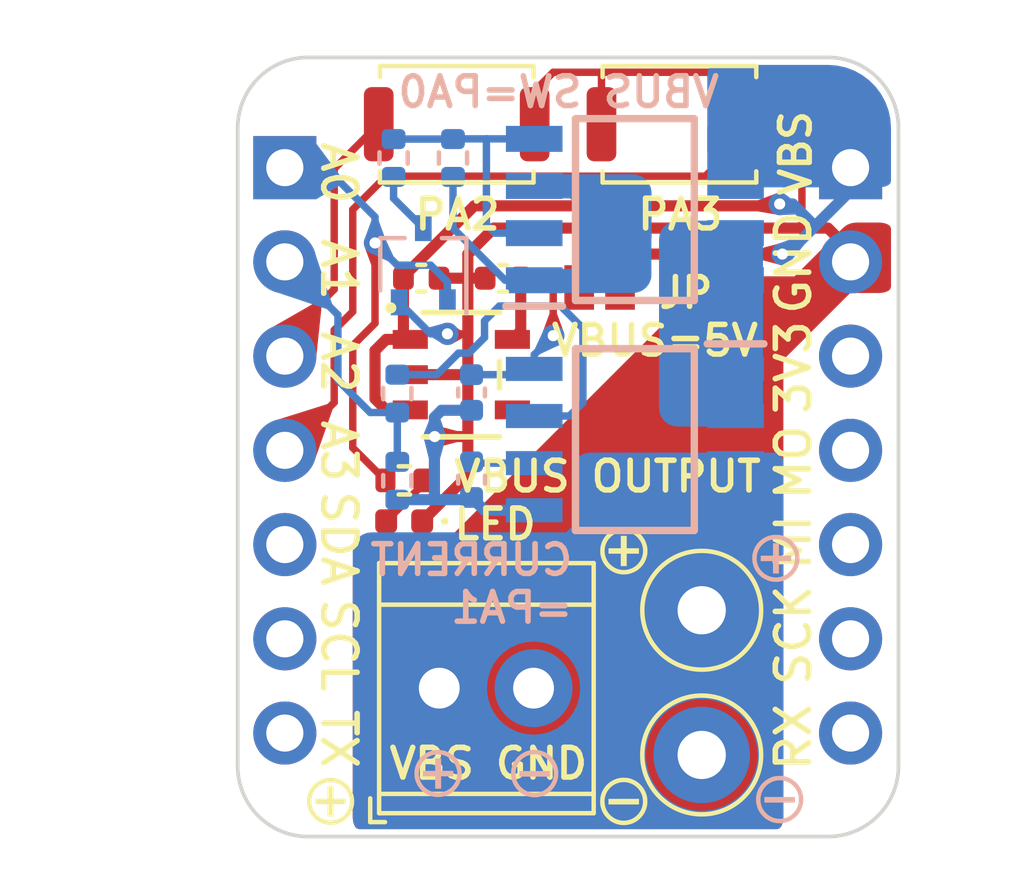
<source format=kicad_pcb>
(kicad_pcb (version 20221018) (generator pcbnew)
  (title_block (title "VBUS Switch Addon Board") (date "2024-09-02") (rev "v2.0") (company "@suzan_works"))
  (layers (0 "F.Cu" signal) (31 "B.Cu" signal) (34 "B.Paste" user) (35 "F.Paste" user) (36 "B.SilkS" user "B.Silkscreen") (37 "F.SilkS" user "F.Silkscreen") (38 "B.Mask" user) (39 "F.Mask" user) (44 "Edge.Cuts" user))
  (net 0 "")
  (net 1 "VBUS")
  (net 2 "GND")
  (net 3 "+5V")
  (net 5 "Net-(Q1-C)")
  (net 6 "Net-(IC3-FILTER)")
  (net 7 "Net-(IC2-S1)")
  (net 8 "Net-(IC2-G1)")
  (net 9 "Net-(IC2-D2_1)")
  (net 10 "Net-(IC3-IP-_1)")
  (net 11 "/PA0")
  (net 12 "/PA1")
  (net 13 "/PA2")
  (net 14 "/PA3")
  (net 23 "Net-(D1-A)")
  (net 24 "Net-(IC3-VIOUT)")
  (footprint "TerminalBlock_TE-Connectivity:TerminalBlock_TE_282834-2_1x02_P2.54mm_Horizontal" (layer "F.Cu") (at 105.43 96)
    (fp_text reference "J3" hide)
    (fp_text value "Terminal Block")
    (pad "1" thru_hole rect (at 0 0) (size 2.1 2.1) (drill 1.1) (layers "*.Cu" "*.Mask") (net 10 "Net-(IC3-IP-_1)"))
    (pad "2" thru_hole circle (at 2.54 0) (size 2.1 2.1) (drill 1.1) (layers "*.Cu" "*.Mask") (net 2 "GND"))
  )
  (footprint "0_My_Library:silk_plus_4" (layer "F.Cu") (at 102.5 99.05)
    (fp_text reference "G***" hide)
    (fp_text value "LOGO" hide)
  )
  (footprint "0_My_Library:silk_plus_4" (layer "F.Cu") (at 110.4 92.3)
    (fp_text reference "G***" hide)
    (fp_text value "LOGO" hide)
  )
  (footprint "Capacitor_SMD:C_0402_1005Metric" (layer "F.Cu") (at 104.944849 84.950001)
    (fp_text reference "C1" hide)
    (fp_text value "1uF")
    (pad "1" smd roundrect (at -0.48 0) (size 0.56 0.62) (layers "F.Cu" "F.Paste" "F.Mask") (net 1 "VBUS"))
    (pad "2" smd roundrect (at 0.48 0) (size 0.56 0.62) (layers "F.Cu" "F.Paste" "F.Mask") (net 2 "GND"))
  )
  (footprint "Resistor_SMD:R_0402_1005Metric" (layer "F.Cu") (at 104.49 90.4)
    (fp_text reference "R3" hide)
    (fp_text value "220")
    (pad "1" smd roundrect (at -0.51 0) (size 0.54 0.64) (layers "F.Cu" "F.Paste" "F.Mask") (net 11 "/PA0"))
    (pad "2" smd roundrect (at 0.51 0) (size 0.54 0.64) (layers "F.Cu" "F.Paste" "F.Mask") (net 23 "Net-(D1-A)"))
  )
  (footprint "Connector_Pin:Pin_D1.3mm_L11.0mm" (layer "F.Cu") (at 112.5 93.9)
    (fp_text reference "J4" hide)
    (fp_text value "Conn_01x01")
    (pad "1" thru_hole circle (at 0 0) (size 2.6 2.6) (drill 1.3) (layers "*.Cu" "*.Mask") (net 10 "Net-(IC3-IP-_1)"))
  )
  (footprint "Capacitor_SMD:C_0402_1005Metric" (layer "F.Cu") (at 107.144849 84.950001 180)
    (fp_text reference "C2" hide)
    (fp_text value "1uF")
    (pad "1" smd roundrect (at -0.48 0 180) (size 0.56 0.62) (layers "F.Cu" "F.Paste" "F.Mask") (net 3 "+5V"))
    (pad "2" smd roundrect (at 0.48 0 180) (size 0.56 0.62) (layers "F.Cu" "F.Paste" "F.Mask") (net 2 "GND"))
  )
  (footprint "Connector_Pin:Pin_D1.3mm_L11.0mm" (layer "F.Cu") (at 112.5 97.8)
    (fp_text reference "J5" hide)
    (fp_text value "Conn_01x01")
    (pad "1" thru_hole circle (at 0 0) (size 2.6 2.6) (drill 1.3) (layers "*.Cu" "*.Mask") (net 2 "GND"))
  )
  (footprint "0_My_Library:TCR1HF50B" (layer "F.Cu") (at 106.024849 87.550001)
    (fp_text reference "IC1" hide)
    (fp_text value "TCR1HF50B")
    (pad "1" smd rect (at -1.375151 -0.950001) (size 0.946899 0.508) (layers "F.Cu" "F.Paste" "F.Mask") (net 1 "VBUS"))
    (pad "2" smd rect (at -1.375151 0) (size 0.946899 0.508) (layers "F.Cu" "F.Paste" "F.Mask") (net 2 "GND"))
    (pad "3" smd rect (at -1.375151 0.950001) (size 0.946899 0.508) (layers "F.Cu" "F.Paste" "F.Mask") (net 1 "VBUS"))
    (pad "4" smd rect (at 1.375151 0.950001) (size 0.946899 0.508) (layers "F.Cu" "F.Paste" "F.Mask"))
    (pad "5" smd rect (at 1.375151 -0.950001) (size 0.946899 0.508) (layers "F.Cu" "F.Paste" "F.Mask") (net 3 "+5V"))
  )
  (footprint "Button_Switch_SMD:SW_Push_SPST_NO_Alps_SKRK" (layer "F.Cu") (at 111.9 80.8)
    (fp_text reference "SW2" hide)
    (fp_text value "SW_Push")
    (pad "1" smd roundrect (at -2.1 0) (size 0.8 2) (layers "F.Cu" "F.Paste" "F.Mask") (net 2 "GND"))
    (pad "2" smd roundrect (at 2.1 0) (size 0.8 2) (layers "F.Cu" "F.Paste" "F.Mask") (net 14 "/PA3"))
  )
  (footprint "0_My_Library:silk_minus_3" (layer "F.Cu") (at 110.4 99.05)
    (fp_text reference "G***" hide)
    (fp_text value "LOGO" hide)
  )
  (footprint "Button_Switch_SMD:SW_Push_SPST_NO_Alps_SKRK" (layer "F.Cu") (at 105.9 80.8 180)
    (fp_text reference "SW1" hide)
    (fp_text value "SW_Push")
    (pad "1" smd roundrect (at -2.1 0 180) (size 0.8 2) (layers "F.Cu" "F.Paste" "F.Mask") (net 2 "GND"))
    (pad "2" smd roundrect (at 2.1 0 180) (size 0.8 2) (layers "F.Cu" "F.Paste" "F.Mask") (net 13 "/PA2"))
  )
  (footprint "0_My_Library:SolderJumper-2_P1.3mm_Open_Pad0.8x1.2mm" (layer "F.Cu") (at 109.75 85.2 180)
    (fp_text reference "JP1" hide)
    (fp_text value "SolderJumper_2_Open")
    (pad "1" smd rect (at -0.55 0 180) (size 0.8 1.2) (layers "F.Cu" "F.Mask") (net 1 "VBUS"))
    (pad "2" smd rect (at 0.55 0 180) (size 0.8 1.2) (layers "F.Cu" "F.Mask") (net 3 "+5V"))
  )
  (footprint "LED_SMD:LED_0402_1005Metric" (layer "F.Cu") (at 104.485 91.5 180)
    (fp_text reference "D1" hide)
    (fp_text value "Red LED")
    (pad "1" smd roundrect (at -0.485 0 180) (size 0.59 0.64) (layers "F.Cu" "F.Paste" "F.Mask") (net 2 "GND"))
    (pad "2" smd roundrect (at 0.485 0 180) (size 0.59 0.64) (layers "F.Cu" "F.Paste" "F.Mask") (net 23 "Net-(D1-A)"))
  )
  (footprint "0_My_Library:silk_plus_4" (layer "B.Cu") (at 105.4 98.3 180)
    (fp_text reference "G***" hide)
    (fp_text value "LOGO" hide)
  )
  (footprint "0_My_Library:silk_minus_3" (layer "B.Cu") (at 114.6 99 180)
    (fp_text reference "G***" hide)
    (fp_text value "LOGO" hide)
  )
  (footprint "0_My_Library:silk_minus_3" (layer "B.Cu") (at 108 98.3 180)
    (fp_text reference "G***" hide)
    (fp_text value "LOGO" hide)
  )
  (footprint "Resistor_SMD:R_0402_1005Metric" (layer "B.Cu") (at 104.3 90.41 -90)
    (fp_text reference "R5" hide)
    (fp_text value "10k")
    (pad "1" smd roundrect (at -0.51 0 270) (size 0.54 0.64) (layers "B.Cu" "B.Paste" "B.Mask") (net 12 "/PA1"))
    (pad "2" smd roundrect (at 0.51 0 270) (size 0.54 0.64) (layers "B.Cu" "B.Paste" "B.Mask") (net 2 "GND"))
  )
  (footprint "Package_TO_SOT_SMD:SOT-323_SC-70" (layer "B.Cu") (at 105 84.6 90)
    (fp_text reference "Q1" hide)
    (fp_text value "DTC143Z")
    (pad "1" smd rect (at -1 0.65 180) (size 0.45 0.7) (layers "B.Cu" "B.Paste" "B.Mask") (net 11 "/PA0"))
    (pad "2" smd rect (at -1 -0.65 180) (size 0.45 0.7) (layers "B.Cu" "B.Paste" "B.Mask") (net 2 "GND"))
    (pad "3" smd rect (at 1 0 180) (size 0.45 0.7) (layers "B.Cu" "B.Paste" "B.Mask") (net 5 "Net-(Q1-C)"))
  )
  (footprint "Resistor_SMD:R_0402_1005Metric" (layer "B.Cu") (at 105.8 81.71 90)
    (fp_text reference "R1" hide)
    (fp_text value "100k")
    (pad "1" smd roundrect (at -0.51 0 90) (size 0.54 0.64) (layers "B.Cu" "B.Paste" "B.Mask") (net 7 "Net-(IC2-S1)"))
    (pad "2" smd roundrect (at 0.51 0 90) (size 0.54 0.64) (layers "B.Cu" "B.Paste" "B.Mask") (net 8 "Net-(IC2-G1)"))
  )
  (footprint "Connector_PinHeader_2.54mm:PinHeader_1x07_P2.54mm_Vertical" (layer "B.Cu") (at 116.51 81.97 180)
    (fp_text reference "J2" hide)
    (fp_text value "Conn_01x07")
    (pad "1" thru_hole rect (at 0 0 180) (size 1.7 1.7) (drill 1) (layers "*.Cu" "*.Mask") (net 1 "VBUS"))
    (pad "2" thru_hole oval (at 0 -2.54 180) (size 1.7 1.7) (drill 1) (layers "*.Cu" "*.Mask") (net 2 "GND"))
    (pad "3" thru_hole oval (at 0 -5.08 180) (size 1.7 1.7) (drill 1) (layers "*.Cu" "*.Mask"))
    (pad "4" thru_hole oval (at 0 -7.62 180) (size 1.7 1.7) (drill 1) (layers "*.Cu" "*.Mask"))
    (pad "5" thru_hole oval (at 0 -10.16 180) (size 1.7 1.7) (drill 1) (layers "*.Cu" "*.Mask"))
    (pad "6" thru_hole oval (at 0 -12.7 180) (size 1.7 1.7) (drill 1) (layers "*.Cu" "*.Mask"))
    (pad "7" thru_hole oval (at 0 -15.24 180) (size 1.7 1.7) (drill 1) (layers "*.Cu" "*.Mask"))
  )
  (footprint "Resistor_SMD:R_0402_1005Metric" (layer "B.Cu") (at 104.3 88.06 -90)
    (fp_text reference "R4" hide)
    (fp_text value "10k")
    (pad "1" smd roundrect (at -0.51 0 270) (size 0.54 0.64) (layers "B.Cu" "B.Paste" "B.Mask") (net 24 "Net-(IC3-VIOUT)"))
    (pad "2" smd roundrect (at 0.51 0 270) (size 0.54 0.64) (layers "B.Cu" "B.Paste" "B.Mask") (net 12 "/PA1"))
  )
  (footprint "0_My_Library:FDS4935A" (layer "B.Cu") (at 110.7 83.1)
    (fp_text reference "IC2" hide)
    (fp_text value "FDS4935A" hide)
    (pad "1" smd rect (at -2.712 1.905 270) (size 0.7 1.525) (layers "B.Cu" "B.Paste" "B.Mask") (net 7 "Net-(IC2-S1)"))
    (pad "2" smd rect (at -2.712 0.635 270) (size 0.7 1.525) (layers "B.Cu" "B.Paste" "B.Mask") (net 8 "Net-(IC2-G1)"))
    (pad "3" smd rect (at -2.712 -0.635 270) (size 0.7 1.525) (layers "B.Cu" "B.Paste" "B.Mask") (net 7 "Net-(IC2-S1)"))
    (pad "4" smd rect (at -2.712 -1.905 270) (size 0.7 1.525) (layers "B.Cu" "B.Paste" "B.Mask") (net 8 "Net-(IC2-G1)"))
    (pad "5" smd rect (at 2.712 -1.905 270) (size 0.7 1.525) (layers "B.Cu" "B.Paste" "B.Mask") (net 1 "VBUS"))
    (pad "6" smd rect (at 2.712 -0.635 270) (size 0.7 1.525) (layers "B.Cu" "B.Paste" "B.Mask") (net 1 "VBUS"))
    (pad "7" smd rect (at 2.712 0.635 270) (size 0.7 1.525) (layers "B.Cu" "B.Paste" "B.Mask") (net 9 "Net-(IC2-D2_1)"))
    (pad "8" smd rect (at 2.712 1.905 270) (size 0.7 1.525) (layers "B.Cu" "B.Paste" "B.Mask") (net 9 "Net-(IC2-D2_1)"))
  )
  (footprint "Capacitor_SMD:C_0402_1005Metric" (layer "B.Cu") (at 106.3 88.03 -90)
    (fp_text reference "C3" hide)
    (fp_text value "0.1uF")
    (pad "1" smd roundrect (at -0.48 0 270) (size 0.56 0.62) (layers "B.Cu" "B.Paste" "B.Mask") (net 3 "+5V"))
    (pad "2" smd roundrect (at 0.48 0 270) (size 0.56 0.62) (layers "B.Cu" "B.Paste" "B.Mask") (net 2 "GND"))
  )
  (footprint "Connector_PinHeader_2.54mm:PinHeader_1x07_P2.54mm_Vertical" (layer "B.Cu") (at 101.27 81.97 180)
    (fp_text reference "J1" hide)
    (fp_text value "2.54mm Pin Header")
    (pad "1" thru_hole rect (at 0 0 180) (size 1.7 1.7) (drill 1) (layers "*.Cu" "*.Mask") (net 11 "/PA0"))
    (pad "2" thru_hole oval (at 0 -2.54 180) (size 1.7 1.7) (drill 1) (layers "*.Cu" "*.Mask") (net 12 "/PA1"))
    (pad "3" thru_hole oval (at 0 -5.08 180) (size 1.7 1.7) (drill 1) (layers "*.Cu" "*.Mask") (net 13 "/PA2"))
    (pad "4" thru_hole oval (at 0 -7.62 180) (size 1.7 1.7) (drill 1) (layers "*.Cu" "*.Mask") (net 14 "/PA3"))
    (pad "5" thru_hole oval (at 0 -10.16 180) (size 1.7 1.7) (drill 1) (layers "*.Cu" "*.Mask"))
    (pad "6" thru_hole oval (at 0 -12.7 180) (size 1.7 1.7) (drill 1) (layers "*.Cu" "*.Mask"))
    (pad "7" thru_hole oval (at 0 -15.24 180) (size 1.7 1.7) (drill 1) (layers "*.Cu" "*.Mask"))
  )
  (footprint "0_My_Library:ACS724LLCTR-05AB" (layer "B.Cu") (at 110.7 89.3 180)
    (fp_text reference "IC3" hide)
    (fp_text value "ACS724LLCTR-05AB" hide)
    (pad "1" smd rect (at -2.712 1.905 90) (size 0.65 1.525) (layers "B.Cu" "B.Paste" "B.Mask") (net 9 "Net-(IC2-D2_1)"))
    (pad "2" smd rect (at -2.712 0.635 90) (size 0.65 1.525) (layers "B.Cu" "B.Paste" "B.Mask") (net 9 "Net-(IC2-D2_1)"))
    (pad "3" smd rect (at -2.712 -0.635 90) (size 0.65 1.525) (layers "B.Cu" "B.Paste" "B.Mask") (net 10 "Net-(IC3-IP-_1)"))
    (pad "4" smd rect (at -2.712 -1.905 90) (size 0.65 1.525) (layers "B.Cu" "B.Paste" "B.Mask") (net 10 "Net-(IC3-IP-_1)"))
    (pad "5" smd rect (at 2.712 -1.905 90) (size 0.65 1.525) (layers "B.Cu" "B.Paste" "B.Mask") (net 2 "GND"))
    (pad "6" smd rect (at 2.712 -0.635 90) (size 0.65 1.525) (layers "B.Cu" "B.Paste" "B.Mask") (net 6 "Net-(IC3-FILTER)"))
    (pad "7" smd rect (at 2.712 0.635 90) (size 0.65 1.525) (layers "B.Cu" "B.Paste" "B.Mask") (net 24 "Net-(IC3-VIOUT)"))
    (pad "8" smd rect (at 2.712 1.905 90) (size 0.65 1.525) (layers "B.Cu" "B.Paste" "B.Mask") (net 3 "+5V"))
  )
  (footprint "Resistor_SMD:R_0402_1005Metric" (layer "B.Cu") (at 104.2 81.71 -90)
    (fp_text reference "R2" hide)
    (fp_text value "22k")
    (pad "1" smd roundrect (at -0.51 0 270) (size 0.54 0.64) (layers "B.Cu" "B.Paste" "B.Mask") (net 8 "Net-(IC2-G1)"))
    (pad "2" smd roundrect (at 0.51 0 270) (size 0.54 0.64) (layers "B.Cu" "B.Paste" "B.Mask") (net 5 "Net-(Q1-C)"))
  )
  (footprint "Capacitor_SMD:C_0402_1005Metric" (layer "B.Cu") (at 106.3 90.38 -90)
    (fp_text reference "C4" hide)
    (fp_text value "0.1uF")
    (pad "1" smd roundrect (at -0.48 0 270) (size 0.56 0.62) (layers "B.Cu" "B.Paste" "B.Mask") (net 6 "Net-(IC3-FILTER)"))
    (pad "2" smd roundrect (at 0.48 0 270) (size 0.56 0.62) (layers "B.Cu" "B.Paste" "B.Mask") (net 2 "GND"))
  )
  (footprint "0_My_Library:silk_plus_4" (layer "B.Cu") (at 114.5 92.5 180)
    (fp_text reference "G***" hide)
    (fp_text value "LOGO" hide)
  )
  (gr_arc (start 100 80.9) (mid 100.556497 79.556497) (end 101.9 79) (stroke (width 0.1)) (layer "Edge.Cuts"))
  (gr_line (start 115.9 100) (end 101.9 100) (stroke (width 0.1)) (layer "Edge.Cuts"))
  (gr_arc (start 115.9 79) (mid 117.243503 79.556497) (end 117.8 80.9) (stroke (width 0.1)) (layer "Edge.Cuts"))
  (gr_arc (start 117.8 98.1) (mid 117.243503 99.443503) (end 115.9 100) (stroke (width 0.1)) (layer "Edge.Cuts"))
  (gr_arc (start 101.9 100) (mid 100.556497 99.443503) (end 100 98.1) (stroke (width 0.1)) (layer "Edge.Cuts"))
  (gr_line (start 100 98.1) (end 100 80.9) (stroke (width 0.1)) (layer "Edge.Cuts"))
  (gr_line (start 101.9 79) (end 115.9 79) (stroke (width 0.1)) (layer "Edge.Cuts"))
  (gr_line (start 117.8 80.9) (end 117.8 98.1) (stroke (width 0.1)) (layer "Edge.Cuts"))
  (gr_text "CURRENT\n=PA1" (at 109.1 94.3) (layer "B.SilkS") (effects (font (size 0.8 0.8)) (justify left bottom mirror)))
  (gr_text "VBUS SW=PA0" (at 113.05 80.4) (layer "B.SilkS") (effects (font (size 0.8 0.8)) (justify left bottom mirror)))
  (gr_text "SDA" (at 102.2 90.6 270) (layer "F.SilkS") (effects (font (size 0.9 0.9)) (justify left bottom)))
  (gr_text "A2" (at 102.2 86.3 270) (layer "F.SilkS") (effects (font (size 0.9 0.9)) (justify left bottom)))
  (gr_text "A3" (at 102.2 88.7 270) (layer "F.SilkS") (effects (font (size 0.9 0.9)) (justify left bottom)))
  (gr_text "A0" (at 102.2 81.2 -90) (layer "F.SilkS") (effects (font (size 0.9 0.9)) (justify left bottom)))
  (gr_text "VBUS OUTPUT\nLED" (at 105.75 92.05) (layer "F.SilkS") (effects (font (size 0.8 0.8)) (justify left bottom)))
  (gr_text "TX" (at 102.2 96.5 270) (layer "F.SilkS") (effects (font (size 0.9 0.9)) (justify left bottom)))
  (gr_text "VBS" (at 115.5 82.8 90) (layer "F.SilkS") (effects (font (size 0.8 0.8)) (justify left bottom)))
  (gr_text "SCK" (at 115.5 96 90) (layer "F.SilkS") (effects (font (size 0.9 0.9)) (justify left bottom)))
  (gr_text "JP  \nVBUS=5V" (at 114.1 87.1) (layer "F.SilkS") (effects (font (size 0.8 0.8)) (justify right bottom)))
  (gr_text "PA3" (at 110.7 83.7) (layer "F.SilkS") (effects (font (size 0.8 0.8)) (justify left bottom)))
  (gr_text "GND" (at 115.5 86 90) (layer "F.SilkS") (effects (font (size 0.9 0.9)) (justify left bottom)))
  (gr_text "PA2" (at 104.7 83.7) (layer "F.SilkS") (effects (font (size 0.8 0.8)) (justify left bottom)))
  (gr_text "A1" (at 102.2 83.8 270) (layer "F.SilkS") (effects (font (size 0.9 0.9)) (justify left bottom)))
  (gr_text "SCL" (at 102.2 93.5 270) (layer "F.SilkS") (effects (font (size 0.9 0.9)) (justify left bottom)))
  (gr_text "VBS GND" (at 109.5 98.5) (layer "F.SilkS") (effects (font (size 0.8 0.8)) (justify right bottom)))
  (gr_text "MI" (at 115.5 92.9 90) (layer "F.SilkS") (effects (font (size 0.9 0.9)) (justify left bottom)))
  (gr_text "3V3" (at 115.5 88.7 90) (layer "F.SilkS") (effects (font (size 0.9 0.9)) (justify left bottom)))
  (gr_text "MO" (at 115.5 91 90) (layer "F.SilkS") (effects (font (size 0.9 0.9)) (justify left bottom)))
  (gr_text "RX" (at 115.5 98.3 90) (layer "F.SilkS") (effects (font (size 0.9 0.9)) (justify left bottom)))
  (segment (start 110.3 85) (end 110.3 85.2) (width 0.3) (layer "F.Cu") (net 1))
  (segment (start 104.464849 84.950001) (end 104.464849 86.415151) (width 0.3) (layer "F.Cu") (net 1))
  (segment (start 104.000002 88.500002) (end 104.649698 88.500002) (width 0.3) (layer "F.Cu") (net 1))
  (segment (start 103.7 86.9) (end 103.7 88.2) (width 0.3) (layer "F.Cu") (net 1))
  (segment (start 114.5505 83) (end 106.371885 83) (width 0.3) (layer "F.Cu") (net 1))
  (segment (start 104 86.6) (end 103.7 86.9) (width 0.3) (layer "F.Cu") (net 1))
  (segment (start 114.6 82.9505) (end 114.5505 83) (width 0.3) (layer "F.Cu") (net 1))
  (segment (start 104.649698 86.6) (end 104 86.6) (width 0.3) (layer "F.Cu") (net 1))
  (segment (start 104.464849 84.907036) (end 104.464849 84.950001) (width 0.3) (layer "F.Cu") (net 1))
  (segment (start 103.7 88.2) (end 104.000002 88.500002) (width 0.3) (layer "F.Cu") (net 1))
  (segment (start 111 84.3) (end 110.3 85) (width 0.3) (layer "F.Cu") (net 1))
  (segment (start 114.673472 84.3) (end 111 84.3) (width 0.3) (layer "F.Cu") (net 1))
  (segment (start 106.371885 83) (end 104.464849 84.907036) (width 0.3) (layer "F.Cu") (net 1))
  (segment (start 104.464849 86.415151) (end 104.649698 86.6) (width 0.3) (layer "F.Cu") (net 1))
  (via (at 114.673472 84.3) (size 0.6) (drill 0.3) (layers "F.Cu" "B.Cu") (net 1))
  (via (at 114.6 82.9505) (size 0.6) (drill 0.3) (layers "F.Cu" "B.Cu") (net 1))
  (segment (start 114.6 82.9505) (end 114.9505 82.9505) (width 0.3) (layer "B.Cu") (net 1))
  (segment (start 114.8 84.3) (end 115.55 83.55) (width 0.3) (layer "B.Cu") (net 1))
  (segment (start 116.51 82.59) (end 116.51 81.97) (width 0.3) (layer "B.Cu") (net 1))
  (segment (start 113.412 82.465) (end 113.477 82.4) (width 0.2) (layer "B.Cu") (net 1))
  (segment (start 116.08 82.4) (end 116.51 81.97) (width 0.2) (layer "B.Cu") (net 1))
  (segment (start 116.43 81.97) (end 116.51 81.97) (width 0.3) (layer "B.Cu") (net 1))
  (segment (start 113.412 82.465) (end 113.412 81.195) (width 0.2) (layer "B.Cu") (net 1))
  (segment (start 114.673472 84.3) (end 114.8 84.3) (width 0.3) (layer "B.Cu") (net 1))
  (segment (start 115.55 83.55) (end 116.51 82.59) (width 0.3) (layer "B.Cu") (net 1))
  (segment (start 113.477 82.4) (end 116.08 82.4) (width 0.2) (layer "B.Cu") (net 1))
  (segment (start 114.9505 82.9505) (end 115.55 83.55) (width 0.3) (layer "B.Cu") (net 1))
  (segment (start 106.199502 86.449502) (end 106.2 86.45) (width 0.2) (layer "F.Cu") (net 2))
  (segment (start 115.2 79.9) (end 114.7 79.4) (width 0.2) (layer "F.Cu") (net 2))
  (segment (start 106.2 89.2) (end 106.2 90.27) (width 0.3) (layer "F.Cu") (net 2))
  (segment (start 116.51 84.51) (end 107.97 93.05) (width 0.2) (layer "F.Cu") (net 2))
  (segment (start 115.2 83.6) (end 115.2 79.9) (width 0.2) (layer "F.Cu") (net 2))
  (segment (start 109.8 79.4) (end 108.5 79.4) (width 0.2) (layer "F.Cu") (net 2))
  (segment (start 106.18167 89.21833) (end 106.2 89.2) (width 0.3) (layer "F.Cu") (net 2))
  (segment (start 104.649698 87.550001) (end 106.2 87.55) (width 0.3) (layer "F.Cu") (net 2))
  (segment (start 106.2 84.95) (end 106.2 86.45) (width 0.3) (layer "F.Cu") (net 2))
  (segment (start 105.424849 84.950001) (end 106.199999 84.950001) (width 0.3) (layer "F.Cu") (net 2))
  (segment (start 116.51 84.21) (end 116.51 84.51) (width 0.3) (layer "F.Cu") (net 2))
  (segment (start 106.9 83.6) (end 106.2 84.3) (width 0.3) (layer "F.Cu") (net 2))
  (segment (start 106.199999 84.950001) (end 106.2 84.95) (width 0.3) (layer "F.Cu") (net 2))
  (segment (start 105.307269 89.21833) (end 106.18167 89.21833) (width 0.3) (layer "F.Cu") (net 2))
  (segment (start 108 79.9) (end 108 80.8) (width 0.2) (layer "F.Cu") (net 2))
  (segment (start 115.2 83.6) (end 115.9 83.6) (width 0.3) (layer "F.Cu") (net 2))
  (segment (start 106.2 90.27) (end 104.97 91.5) (width 0.3) (layer "F.Cu") (net 2))
  (segment (start 109.77 97.8) (end 107.97 96) (width 0.2) (layer "F.Cu") (net 2))
  (segment (start 115.9 83.6) (end 116.51 84.21) (width 0.3) (layer "F.Cu") (net 2))
  (segment (start 106.2 87.55) (end 106.2 89.2) (width 0.3) (layer "F.Cu") (net 2))
  (segment (start 106.664849 84.950001) (end 106.199999 84.950001) (width 0.3) (layer "F.Cu") (net 2))
  (segment (start 109.8 80.8) (end 109.8 79.4) (width 0.2) (layer "F.Cu") (net 2))
  (segment (start 106.2 84.3) (end 106.2 84.95) (width 0.3) (layer "F.Cu") (net 2))
  (segment (start 114.7 79.4) (end 109.8 79.4) (width 0.2) (layer "F.Cu") (net 2))
  (segment (start 105.65 86.449502) (end 106.199502 86.449502) (width 0.2) (layer "F.Cu") (net 2))
  (segment (start 107.97 93.05) (end 107.97 96) (width 0.2) (layer "F.Cu") (net 2))
  (segment (start 106.2 86.45) (end 106.2 87.55) (width 0.3) (layer "F.Cu") (net 2))
  (segment (start 108.5 79.4) (end 108 79.9) (width 0.2) (layer "F.Cu") (net 2))
  (segment (start 109.77 97.8) (end 112.5 97.8) (width 0.2) (layer "F.Cu") (net 2))
  (segment (start 115.2 83.6) (end 106.9 83.6) (width 0.3) (layer "F.Cu") (net 2))
  (via (at 105.307269 89.21833) (size 0.6) (drill 0.3) (layers "F.Cu" "B.Cu") (net 2))
  (via (at 105.65 86.449502) (size 0.6) (drill 0.3) (layers "F.Cu" "B.Cu") (net 2))
  (segment (start 106.64 91.2) (end 106.7 91.2) (width 0.3) (layer "B.Cu") (net 2))
  (segment (start 105.49 88.51) (end 106.3 88.51) (width 0.3) (layer "B.Cu") (net 2))
  (segment (start 105.199502 86.449502) (end 105.65 86.449502) (width 0.2) (layer "B.Cu") (net 2))
  (segment (start 106.705 91.205) (end 107.988 91.205) (width 0.3) (layer "B.Cu") (net 2))
  (segment (start 105.3 89.211061) (end 105.307269 89.21833) (width 0.3) (layer "B.Cu") (net 2))
  (segment (start 106.24 90.92) (end 106.3 90.86) (width 0.3) (layer "B.Cu") (net 2))
  (segment (start 105.3 89.225599) (end 105.3 90.92) (width 0.3) (layer "B.Cu") (net 2))
  (segment (start 105.3 90.92) (end 106.24 90.92) (width 0.3) (layer "B.Cu") (net 2))
  (segment (start 105.3 88.7) (end 105.3 89.211061) (width 0.3) (layer "B.Cu") (net 2))
  (segment (start 105.307269 89.21833) (end 105.3 89.225599) (width 0.3) (layer "B.Cu") (net 2))
  (segment (start 104.35 85.6) (end 105.199502 86.449502) (width 0.2) (layer "B.Cu") (net 2))
  (segment (start 106.7 91.2) (end 106.705 91.205) (width 0.3) (layer "B.Cu") (net 2))
  (segment (start 106.3 90.86) (end 106.64 91.2) (width 0.3) (layer "B.Cu") (net 2))
  (segment (start 105.3 88.7) (end 105.49 88.51) (width 0.3) (layer "B.Cu") (net 2))
  (segment (start 104.3 90.92) (end 105.3 90.92) (width 0.3) (layer "B.Cu") (net 2))
  (segment (start 107.624849 84.950001) (end 107.624849 86.375151) (width 0.3) (layer "F.Cu") (net 3))
  (segment (start 108.5 85.050001) (end 108.4 84.950001) (width 0.2) (layer "F.Cu") (net 3))
  (segment (start 108.4 84.950001) (end 108.950001 84.950001) (width 0.3) (layer "F.Cu") (net 3))
  (segment (start 107.624849 84.950001) (end 108.4 84.950001) (width 0.3) (layer "F.Cu") (net 3))
  (segment (start 108.5 86.5) (end 108.5 85.050001) (width 0.2) (layer "F.Cu") (net 3))
  (segment (start 107.624849 86.375151) (end 107.4 86.6) (width 0.3) (layer "F.Cu") (net 3))
  (segment (start 108.950001 84.950001) (end 109.2 85.2) (width 0.3) (layer "F.Cu") (net 3))
  (via (at 108.5 86.5) (size 0.6) (drill 0.3) (layers "F.Cu" "B.Cu") (net 3))
  (segment (start 106.3 87.55) (end 107.833 87.55) (width 0.2) (layer "B.Cu") (net 3))
  (segment (start 107.833 87.55) (end 107.988 87.395) (width 0.2) (layer "B.Cu") (net 3))
  (segment (start 107.988 87.012) (end 108.5 86.5) (width 0.2) (layer "B.Cu") (net 3))
  (segment (start 107.988 87.395) (end 107.988 87.012) (width 0.2) (layer "B.Cu") (net 3))
  (segment (start 104.2 82.22) (end 104.2 82.8) (width 0.2) (layer "B.Cu") (net 5))
  (segment (start 104.2 82.8) (end 105 83.6) (width 0.2) (layer "B.Cu") (net 5))
  (segment (start 107.988 89.935) (end 106.335 89.935) (width 0.2) (layer "B.Cu") (net 6))
  (segment (start 106.335 89.935) (end 106.3 89.9) (width 0.2) (layer "B.Cu") (net 6))
  (segment (start 109.7 84.7) (end 109.395 85.005) (width 0.2) (layer "B.Cu") (net 7))
  (segment (start 109.365 82.465) (end 109.7 82.8) (width 0.2) (layer "B.Cu") (net 7))
  (segment (start 109.395 85.005) (end 107.988 85.005) (width 0.2) (layer "B.Cu") (net 7))
  (segment (start 105.8 83.6) (end 107.205 85.005) (width 0.2) (layer "B.Cu") (net 7))
  (segment (start 109.7 82.8) (end 109.7 84.7) (width 0.2) (layer "B.Cu") (net 7))
  (segment (start 107.988 82.465) (end 109.365 82.465) (width 0.2) (layer "B.Cu") (net 7))
  (segment (start 107.205 85.005) (end 107.988 85.005) (width 0.2) (layer "B.Cu") (net 7))
  (segment (start 105.8 82.22) (end 105.8 83.6) (width 0.2) (layer "B.Cu") (net 7))
  (segment (start 106.935 83.735) (end 106.7 83.5) (width 0.2) (layer "B.Cu") (net 8))
  (segment (start 106.7 81.195) (end 105.805 81.195) (width 0.2) (layer "B.Cu") (net 8))
  (segment (start 107.988 81.195) (end 106.7 81.195) (width 0.2) (layer "B.Cu") (net 8))
  (segment (start 107.988 83.735) (end 106.935 83.735) (width 0.2) (layer "B.Cu") (net 8))
  (segment (start 105.8 81.2) (end 104.2 81.2) (width 0.2) (layer "B.Cu") (net 8))
  (segment (start 106.7 83.5) (end 106.7 81.195) (width 0.2) (layer "B.Cu") (net 8))
  (segment (start 105.805 81.195) (end 105.8 81.2) (width 0.2) (layer "B.Cu") (net 8))
  (segment (start 113.412 83.735) (end 113.412 85.005) (width 0.2) (layer "B.Cu") (net 9))
  (segment (start 113.412 87.395) (end 113.412 88.665) (width 0.2) (layer "B.Cu") (net 9))
  (segment (start 113.412 85.005) (end 113.412 87.395) (width 0.2) (layer "B.Cu") (net 9))
  (segment (start 105.43 94.57) (end 105.43 96) (width 0.2) (layer "B.Cu") (net 10))
  (segment (start 113.412 92.988) (end 112.5 93.9) (width 0.2) (layer "B.Cu") (net 10))
  (segment (start 106.1 93.9) (end 105.43 94.57) (width 0.2) (layer "B.Cu") (net 10))
  (segment (start 106.1 93.9) (end 112.5 93.9) (width 0.2) (layer "B.Cu") (net 10))
  (segment (start 113.412 89.935) (end 113.412 91.205) (width 0.2) (layer "B.Cu") (net 10))
  (segment (start 113.412 91.205) (end 113.412 92.988) (width 0.2) (layer "B.Cu") (net 10))
  (segment (start 103.6995 84) (end 103.6995 86.164104) (width 0.2) (layer "F.Cu") (net 11))
  (segment (start 103.1 86.763604) (end 103.1 89.52) (width 0.2) (layer "F.Cu") (net 11))
  (segment (start 103.1 89.52) (end 103.98 90.4) (width 0.2) (layer "F.Cu") (net 11))
  (segment (start 103.6995 86.164104) (end 103.1 86.763604) (width 0.2) (layer "F.Cu") (net 11))
  (via (at 103.6995 84) (size 0.6) (drill 0.3) (layers "F.Cu" "B.Cu") (net 11))
  (segment (start 103.6995 84) (end 103.6995 83.2995) (width 0.2) (layer "B.Cu") (net 11))
  (segment (start 105.2 84.6) (end 105.65 85.05) (width 0.2) (layer "B.Cu") (net 11))
  (segment (start 103.6995 84) (end 104.2995 84.6) (width 0.2) (layer "B.Cu") (net 11))
  (segment (start 104.2995 84.6) (end 105.2 84.6) (width 0.2) (layer "B.Cu") (net 11))
  (segment (start 105.65 85.05) (end 105.65 85.6) (width 0.2) (layer "B.Cu") (net 11))
  (segment (start 102.37 81.97) (end 101.27 81.97) (width 0.2) (layer "B.Cu") (net 11))
  (segment (start 103.6995 83.2995) (end 102.37 81.97) (width 0.2) (layer "B.Cu") (net 11))
  (segment (start 101.27 81.97) (end 101.3 82) (width 0.2) (layer "B.Cu") (net 11))
  (segment (start 101.3 82) (end 102 82) (width 0.2) (layer "B.Cu") (net 11))
  (segment (start 104.3 88.57) (end 104.3 89.9) (width 0.2) (layer "B.Cu") (net 12))
  (segment (start 101.27 84.51) (end 102.7 85.94) (width 0.2) (layer "B.Cu") (net 12))
  (segment (start 102.7 85.94) (end 102.7 87.7) (width 0.2) (layer "B.Cu") (net 12))
  (segment (start 102.7 87.7) (end 103.57 88.57) (width 0.2) (layer "B.Cu") (net 12))
  (segment (start 103.57 88.57) (end 104.3 88.57) (width 0.2) (layer "B.Cu") (net 12))
  (segment (start 102.6 85.25) (end 101.27 86.58) (width 0.2) (layer "F.Cu") (net 13))
  (segment (start 103.8 80.8) (end 102.6 82) (width 0.2) (layer "F.Cu") (net 13))
  (segment (start 101.27 86.58) (end 101.27 87.05) (width 0.2) (layer "F.Cu") (net 13))
  (segment (start 102.6 82) (end 102.6 85.25) (width 0.2) (layer "F.Cu") (net 13))
  (segment (start 103.1 85.85) (end 103.1 83.1) (width 0.2) (layer "F.Cu") (net 14))
  (segment (start 112.6 82.2) (end 114 80.8) (width 0.2) (layer "F.Cu") (net 14))
  (segment (start 101.27 89.59) (end 101.31 89.59) (width 0.2) (layer "F.Cu") (net 14))
  (segment (start 102.6 86.35) (end 103.1 85.85) (width 0.2) (layer "F.Cu") (net 14))
  (segment (start 103.1 83.1) (end 104 82.2) (width 0.2) (layer "F.Cu") (net 14))
  (segment (start 101.31 89.59) (end 102.6 88.3) (width 0.2) (layer "F.Cu") (net 14))
  (segment (start 104 82.2) (end 112.6 82.2) (width 0.2) (layer "F.Cu") (net 14))
  (segment (start 102.6 88.3) (end 102.6 86.35) (width 0.2) (layer "F.Cu") (net 14))
  (segment (start 105 90.4) (end 105 90.5) (width 0.2) (layer "F.Cu") (net 23))
  (segment (start 105 90.5) (end 104 91.5) (width 0.2) (layer "F.Cu") (net 23))
  (segment (start 109.3 88.3) (end 108.935 88.665) (width 0.2) (layer "B.Cu") (net 24))
  (segment (start 106.65 86.55) (end 106.65 86.1) (width 0.2) (layer "B.Cu") (net 24))
  (segment (start 109.3 86.3) (end 109.3 88.3) (width 0.2) (layer "B.Cu") (net 24))
  (segment (start 107.05 85.7) (end 108.7 85.7) (width 0.2) (layer "B.Cu") (net 24))
  (segment (start 105.947746 86.97) (end 106.23 86.97) (width 0.2) (layer "B.Cu") (net 24))
  (segment (start 104.3 87.55) (end 105.367746 87.55) (width 0.2) (layer "B.Cu") (net 24))
  (segment (start 106.65 86.1) (end 107.05 85.7) (width 0.2) (layer "B.Cu") (net 24))
  (segment (start 106.23 86.97) (end 106.65 86.55) (width 0.2) (layer "B.Cu") (net 24))
  (segment (start 105.367746 87.55) (end 105.947746 86.97) (width 0.2) (layer "B.Cu") (net 24))
  (segment (start 108.935 88.665) (end 107.988 88.665) (width 0.2) (layer "B.Cu") (net 24))
  (segment (start 108.7 85.7) (end 109.3 86.3) (width 0.2) (layer "B.Cu") (net 24))
  (zone (net 2) (net_name "GND") (layer "F.Cu") (connect_pads yes (clearance 0.2)) (min_thickness 0.25) (fill yes (thermal_gap 0.5) (thermal_bridge_width 0.5) (smoothing fillet) (radius 0.5))
    (polygon (pts (xy 117.8 83.45) (xy 117.8 85.35) (xy 116.5 85.35) (xy 114.7 87.15) (xy 114.7 100) (xy 103.1 100) (xy 103.1 92.25) (xy 105.4 92.25) (xy 112.75 84.9) (xy 115 84.9) (xy 116.45 83.45)))
  )
  (zone (net 1) (net_name "VBUS") (layer "B.Cu") (priority 1) (connect_pads yes (clearance 0.2)) (min_thickness 0.25) (fill yes (thermal_gap 0.5) (thermal_bridge_width 0.5) (smoothing fillet) (radius 0.5))
    (polygon (pts (xy 112.65 82.5) (xy 112.65 79) (xy 117.8 79) (xy 117.8 82.5)))
  )
  (zone (net 7) (net_name "Net-(IC2-S1)") (layer "B.Cu") (priority 2) (connect_pads yes (clearance 0.2)) (min_thickness 0.25) (fill yes (thermal_gap 0.5) (thermal_bridge_width 0.5) (smoothing fillet) (radius 0.5))
    (polygon (pts (xy 111.15 82.15) (xy 107.25 82.15) (xy 107.25 82.8) (xy 108.95 82.8) (xy 109.1 82.95) (xy 109.1 84.55) (xy 108.95 84.7) (xy 107.25 84.7) (xy 107.25 85.35) (xy 111.15 85.35)))
  )
  (zone (net 10) (net_name "Net-(IC3-IP-_1)") (layer "B.Cu") (priority 4) (connect_pads yes (clearance 0.2)) (min_thickness 0.25) (fill yes (thermal_gap 0.5) (thermal_bridge_width 0.5) (smoothing fillet) (radius 0.5))
    (polygon (pts (xy 109 89.65) (xy 109 91.65) (xy 108.85 91.8) (xy 103.1 91.8) (xy 103.1 100) (xy 114.7 100) (xy 114.7 89.65) (xy 114.2 89.65)))
  )
  (zone (net 9) (net_name "Net-(IC2-D2_1)") (layer "B.Cu") (priority 3) (connect_pads yes (clearance 0.2)) (min_thickness 0.25) (fill yes (thermal_gap 0.5) (thermal_bridge_width 0.5) (smoothing fillet) (radius 0.5))
    (polygon (pts (xy 111.35 83.4) (xy 114.15 83.4) (xy 114.15 88.95) (xy 111.35 88.95)))
  )
)
</source>
